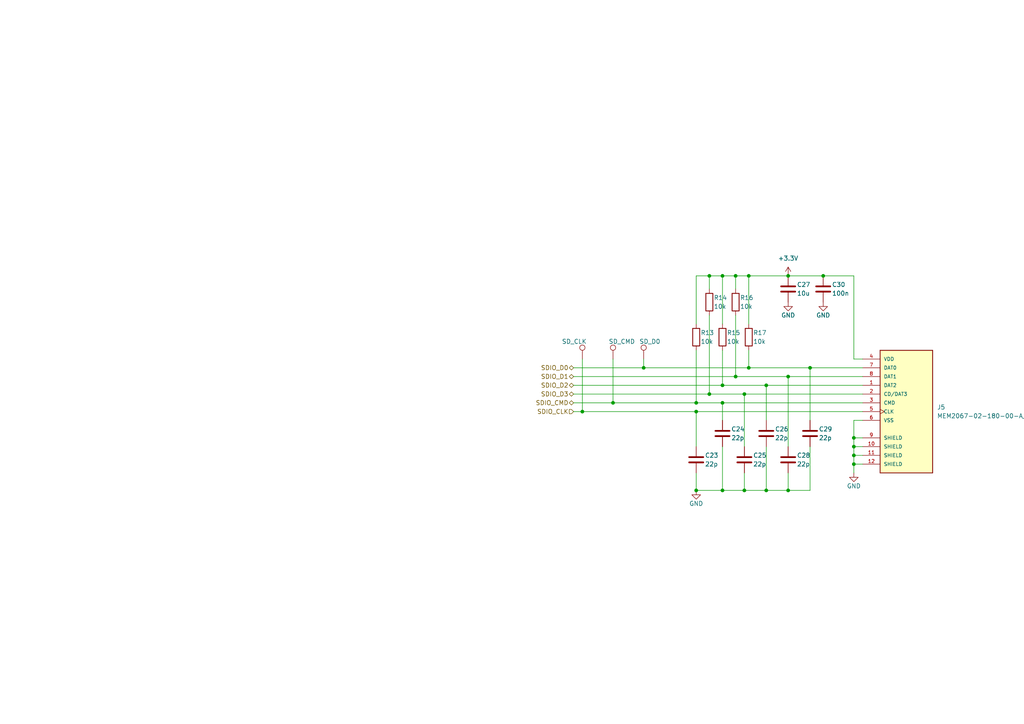
<source format=kicad_sch>
(kicad_sch (version 20230121) (generator eeschema)
  (paper "A4")
  (lib_symbols
    (symbol "Connector:TestPoint" (pin_numbers hide) (pin_names (offset 0.762) hide)
      (property "Reference" "TP" (at 0 6.858 0))
      (property "Value" "TestPoint" (at 0 5.08 0))
      (symbol "TestPoint_0_1"
        (circle (center 0 3.302) (radius 0.762))
      )
      (symbol "TestPoint_1_1"
        (pin passive line (at 0 0 90) (length 2.54) (name "1") (number "1"))
      )
    )
    (symbol "Device:C" (pin_numbers hide) (pin_names (offset 0.254))
      (property "Reference" "C" (at 0.635 2.54 0))
      (property "Value" "C" (at 0.635 -2.54 0))
      (symbol "C_0_1"
        (polyline (pts (xy -2.032 -0.762) (xy 2.032 -0.762)) (stroke (width 0.508)))
        (polyline (pts (xy -2.032 0.762) (xy 2.032 0.762)) (stroke (width 0.508)))
      )
      (symbol "C_1_1"
        (pin passive line (at 0 3.81 270) (length 2.794) (name "~") (number "1"))
        (pin passive line (at 0 -3.81 90) (length 2.794) (name "~") (number "2"))
      )
    )
    (symbol "Device:R" (pin_numbers hide) (pin_names (offset 0))
      (property "Reference" "R" (at 2.032 0 90))
      (property "Value" "R" (at 0 0 90))
      (symbol "R_0_1"
        (rectangle (start -1.016 -2.54) (end 1.016 2.54) (stroke (width 0.254)))
      )
      (symbol "R_1_1"
        (pin passive line (at 0 3.81 270) (length 1.27) (name "~") (number "1"))
        (pin passive line (at 0 -3.81 90) (length 1.27) (name "~") (number "2"))
      )
    )
    (symbol "Project:MEM2067-02-180-00-A_REVB" (pin_names (offset 1.016))
      (property "Reference" "J" (at 0 12.7117 0))
      (property "Value" "MEM2067-02-180-00-A_REVB" (at 0 -25.4 0))
      (symbol "MEM2067-02-180-00-A_REVB_0_0"
        (rectangle (start 0 12.7) (end 15.24 -22.86) (stroke (width 0.254)) (fill (type background)))
        (pin bidirectional line (at -5.08 2.54 0) (length 5.08) (name "DAT2") (number "1"))
        (pin passive line (at -5.08 -15.24 0) (length 5.08) (name "SHIELD") (number "10"))
        (pin passive line (at -5.08 -17.78 0) (length 5.08) (name "SHIELD") (number "11"))
        (pin passive line (at -5.08 -20.32 0) (length 5.08) (name "SHIELD") (number "12"))
        (pin bidirectional line (at -5.08 0 0) (length 5.08) (name "CD/DAT3") (number "2"))
        (pin bidirectional line (at -5.08 -2.54 0) (length 5.08) (name "CMD") (number "3"))
        (pin power_in line (at -5.08 10.16 0) (length 5.08) (name "VDD") (number "4"))
        (pin bidirectional clock (at -5.08 -5.08 0) (length 5.08) (name "CLK") (number "5"))
        (pin power_in line (at -5.08 -7.62 0) (length 5.08) (name "VSS") (number "6"))
        (pin bidirectional line (at -5.08 7.62 0) (length 5.08) (name "DAT0") (number "7"))
        (pin bidirectional line (at -5.08 5.08 0) (length 5.08) (name "DAT1") (number "8"))
        (pin passive line (at -5.08 -12.7 0) (length 5.08) (name "SHIELD") (number "9"))
      )
    )
    (symbol "power:+3.3V" (power) (pin_names (offset 0))
      (property "Value" "+3.3V" (at 0 3.556 0))
      (symbol "+3.3V_0_1"
        (polyline (pts (xy -0.762 1.27) (xy 0 2.54)))
        (polyline (pts (xy 0 0) (xy 0 2.54)))
        (polyline (pts (xy 0 2.54) (xy 0.762 1.27)))
      )
      (symbol "+3.3V_1_1"
        (pin power_in line (at 0 0 90) (length 0) hide (name "+3.3V") (number "1"))
      )
    )
    (symbol "power:GND" (power) (pin_names (offset 0))
      (property "Value" "GND" (at 0 -3.81 0))
      (symbol "GND_0_1"
        (polyline (pts (xy 0 0) (xy 0 -1.27) (xy 1.27 -1.27) (xy 0 -2.54) (xy -1.27 -1.27) (xy 0 -1.27)))
      )
      (symbol "GND_1_1"
        (pin power_in line (at 0 0 270) (length 0) hide (name "GND") (number "1"))
      )
    )
  )
  (junction (at 215.9 114.3))
  (junction (at 228.6 80.01))
  (junction (at 217.17 80.01))
  (junction (at 222.25 111.76))
  (junction (at 228.6 109.22))
  (junction (at 217.17 106.68))
  (junction (at 247.65 127))
  (junction (at 186.69 106.68))
  (junction (at 247.65 132.08))
  (junction (at 201.93 119.38))
  (junction (at 222.25 142.24))
  (junction (at 201.93 116.84))
  (junction (at 205.74 80.01))
  (junction (at 209.55 116.84))
  (junction (at 215.9 142.24))
  (junction (at 201.93 142.24))
  (junction (at 209.55 142.24))
  (junction (at 213.36 80.01))
  (junction (at 209.55 111.76))
  (junction (at 168.91 119.38))
  (junction (at 205.74 114.3))
  (junction (at 234.95 106.68))
  (junction (at 177.8 116.84))
  (junction (at 213.36 109.22))
  (junction (at 209.55 80.01))
  (junction (at 228.6 142.24))
  (junction (at 247.65 134.62))
  (junction (at 247.65 129.54))
  (junction (at 238.76 80.01))
  (wire (pts (xy 205.74 114.3) (xy 215.9 114.3)))
  (wire (pts (xy 250.19 109.22) (xy 228.6 109.22)))
  (wire (pts (xy 247.65 132.08) (xy 247.65 134.62)))
  (wire (pts (xy 213.36 80.01) (xy 213.36 83.82)))
  (wire (pts (xy 247.65 129.54) (xy 250.19 129.54)))
  (wire (pts (xy 215.9 142.24) (xy 222.25 142.24)))
  (wire (pts (xy 209.55 111.76) (xy 222.25 111.76)))
  (wire (pts (xy 215.9 114.3) (xy 215.9 129.54)))
  (wire (pts (xy 217.17 106.68) (xy 234.95 106.68)))
  (wire (pts (xy 201.93 116.84) (xy 209.55 116.84)))
  (wire (pts (xy 186.69 104.14) (xy 186.69 106.68)))
  (wire (pts (xy 213.36 109.22) (xy 228.6 109.22)))
  (wire (pts (xy 209.55 116.84) (xy 250.19 116.84)))
  (wire (pts (xy 228.6 80.01) (xy 238.76 80.01)))
  (wire (pts (xy 205.74 80.01) (xy 209.55 80.01)))
  (wire (pts (xy 215.9 137.16) (xy 215.9 142.24)))
  (wire (pts (xy 213.36 80.01) (xy 217.17 80.01)))
  (wire (pts (xy 166.37 114.3) (xy 205.74 114.3)))
  (wire (pts (xy 228.6 137.16) (xy 228.6 142.24)))
  (wire (pts (xy 234.95 106.68) (xy 250.19 106.68)))
  (wire (pts (xy 215.9 114.3) (xy 250.19 114.3)))
  (wire (pts (xy 250.19 104.14) (xy 247.65 104.14)))
  (wire (pts (xy 201.93 80.01) (xy 205.74 80.01)))
  (wire (pts (xy 209.55 116.84) (xy 209.55 121.92)))
  (wire (pts (xy 166.37 106.68) (xy 186.69 106.68)))
  (wire (pts (xy 201.93 80.01) (xy 201.93 93.98)))
  (wire (pts (xy 201.93 119.38) (xy 201.93 129.54)))
  (wire (pts (xy 222.25 142.24) (xy 228.6 142.24)))
  (wire (pts (xy 247.65 134.62) (xy 250.19 134.62)))
  (wire (pts (xy 247.65 132.08) (xy 250.19 132.08)))
  (wire (pts (xy 209.55 129.54) (xy 209.55 142.24)))
  (wire (pts (xy 228.6 109.22) (xy 228.6 129.54)))
  (wire (pts (xy 177.8 116.84) (xy 201.93 116.84)))
  (wire (pts (xy 250.19 127) (xy 247.65 127)))
  (wire (pts (xy 166.37 119.38) (xy 168.91 119.38)))
  (wire (pts (xy 205.74 80.01) (xy 205.74 83.82)))
  (wire (pts (xy 209.55 111.76) (xy 209.55 101.6)))
  (wire (pts (xy 213.36 109.22) (xy 213.36 91.44)))
  (wire (pts (xy 250.19 111.76) (xy 222.25 111.76)))
  (wire (pts (xy 209.55 80.01) (xy 213.36 80.01)))
  (wire (pts (xy 217.17 80.01) (xy 228.6 80.01)))
  (wire (pts (xy 234.95 129.54) (xy 234.95 142.24)))
  (wire (pts (xy 186.69 106.68) (xy 217.17 106.68)))
  (wire (pts (xy 209.55 80.01) (xy 209.55 93.98)))
  (wire (pts (xy 247.65 121.92) (xy 247.65 127)))
  (wire (pts (xy 250.19 121.92) (xy 247.65 121.92)))
  (wire (pts (xy 247.65 129.54) (xy 247.65 132.08)))
  (wire (pts (xy 228.6 142.24) (xy 234.95 142.24)))
  (wire (pts (xy 247.65 80.01) (xy 247.65 104.14)))
  (wire (pts (xy 177.8 104.14) (xy 177.8 116.84)))
  (wire (pts (xy 247.65 127) (xy 247.65 129.54)))
  (wire (pts (xy 201.93 137.16) (xy 201.93 142.24)))
  (wire (pts (xy 205.74 114.3) (xy 205.74 91.44)))
  (wire (pts (xy 168.91 119.38) (xy 201.93 119.38)))
  (wire (pts (xy 201.93 101.6) (xy 201.93 116.84)))
  (wire (pts (xy 234.95 106.68) (xy 234.95 121.92)))
  (wire (pts (xy 168.91 104.14) (xy 168.91 119.38)))
  (wire (pts (xy 166.37 111.76) (xy 209.55 111.76)))
  (wire (pts (xy 247.65 134.62) (xy 247.65 137.16)))
  (wire (pts (xy 222.25 129.54) (xy 222.25 142.24)))
  (wire (pts (xy 209.55 142.24) (xy 215.9 142.24)))
  (wire (pts (xy 238.76 80.01) (xy 247.65 80.01)))
  (wire (pts (xy 217.17 80.01) (xy 217.17 93.98)))
  (wire (pts (xy 166.37 109.22) (xy 213.36 109.22)))
  (wire (pts (xy 201.93 119.38) (xy 250.19 119.38)))
  (wire (pts (xy 222.25 111.76) (xy 222.25 121.92)))
  (wire (pts (xy 201.93 142.24) (xy 209.55 142.24)))
  (wire (pts (xy 217.17 101.6) (xy 217.17 106.68)))
  (wire (pts (xy 166.37 116.84) (xy 177.8 116.84)))
  (hierarchical_label "SDIO_CLK" (shape input) (at 166.37 119.38 180))
  (hierarchical_label "SDIO_CMD" (shape bidirectional) (at 166.37 116.84 180))
  (hierarchical_label "SDIO_D3" (shape bidirectional) (at 166.37 114.3 180))
  (hierarchical_label "SDIO_D0" (shape bidirectional) (at 166.37 106.68 180))
  (hierarchical_label "SDIO_D1" (shape bidirectional) (at 166.37 109.22 180))
  (hierarchical_label "SDIO_D2" (shape bidirectional) (at 166.37 111.76 180))
  (symbol (lib_id "Device:R") (at 217.17 97.79 0) (unit 1)
    (property "Reference" "R17" (at 218.44 96.52 0) (effects (justify left)))
    (property "Value" "10k" (at 218.44 99.06 0) (effects (justify left)))
    (property "Footprint" "Resistor_SMD:R_0603_1608Metric_Pad0.98x0.95mm_HandSolder" (effects hide))
  )
  (symbol (lib_id "Device:R") (at 205.74 87.63 0) (unit 1)
    (property "Reference" "R14" (at 207.01 86.36 0) (effects (justify left)))
    (property "Value" "10k" (at 207.01 88.9 0) (effects (justify left)))
    (property "Footprint" "Resistor_SMD:R_0603_1608Metric_Pad0.98x0.95mm_HandSolder" (effects hide))
  )
  (symbol (lib_id "Device:R") (at 209.55 97.79 0) (unit 1)
    (property "Reference" "R15" (at 210.82 96.52 0) (effects (justify left)))
    (property "Value" "10k" (at 210.82 99.06 0) (effects (justify left)))
    (property "Footprint" "Resistor_SMD:R_0603_1608Metric_Pad0.98x0.95mm_HandSolder" (effects hide))
  )
  (symbol (lib_id "Device:C") (at 228.6 133.35 0) (unit 1)
    (property "Reference" "C28" (at 231.14 132.08 0) (effects (justify left)))
    (property "Value" "22p" (at 231.14 134.62 0) (effects (justify left)))
    (property "Footprint" "Capacitor_SMD:C_0603_1608Metric_Pad1.08x0.95mm_HandSolder" (effects hide))
  )
  (symbol (lib_id "power:GND") (at 247.65 137.16 0) (unit 1)
    (property "Reference" "#PWR054" (effects hide))
    (property "Value" "GND" (at 247.65 140.97 0))
  )
  (symbol (lib_id "power:+3.3V") (at 228.6 80.01 0) (unit 1)
    (property "Reference" "#PWR051" (effects hide))
    (property "Value" "+3.3V" (at 228.6 74.93 0))
  )
  (symbol (lib_id "power:GND") (at 201.93 142.24 0) (unit 1)
    (property "Reference" "#PWR050" (effects hide))
    (property "Value" "GND" (at 201.93 146.05 0))
  )
  (symbol (lib_id "Project:MEM2067-02-180-00-A_REVB") (at 255.27 114.3 0) (unit 1)
    (property "Reference" "J5" (at 271.78 118.11 0) (effects (justify left)))
    (property "Value" "MEM2067-02-180-00-A_REVB" (at 271.78 120.65 0) (effects (justify left)))
    (property "Footprint" "Project:GCT_MEM2067-02-180-00-A_REVB" (effects hide))
    (property "MF" "Global Connector Technology" (effects hide))
    (property "Description" "\n8 Position Card Connector microSD Surface Mount, Right Angle Gold\n" (effects hide))
    (property "Package" "None" (effects hide))
    (property "Price" "None" (effects hide))
    (property "Check_prices" "https://www.snapeda.com/parts/MEM2067-02-180-00-A/Global+Connector+Technology/view-part/?ref=eda" (effects hide))
    (property "SnapEDA_Link" "https://www.snapeda.com/parts/MEM2067-02-180-00-A/Global+Connector+Technology/view-part/?ref=snap" (effects hide))
    (property "MP" "MEM2067-02-180-00-A" (effects hide))
    (property "Availability" "In Stock" (effects hide))
    (property "MANUFACTURER" "GCT" (effects hide))
  )
  (symbol (lib_id "Device:C") (at 238.76 83.82 0) (unit 1)
    (property "Reference" "C30" (at 241.3 82.55 0) (effects (justify left)))
    (property "Value" "100n" (at 241.3 85.09 0) (effects (justify left)))
    (property "Footprint" "Capacitor_SMD:C_0603_1608Metric_Pad1.08x0.95mm_HandSolder" (effects hide))
  )
  (symbol (lib_id "Connector:TestPoint") (at 186.69 104.14 0) (unit 1)
    (property "Reference" "TP2" (effects hide))
    (property "Value" "SD_D0" (at 185.42 99.06 0) (effects (justify left)))
    (property "Footprint" "TestPoint:TestPoint_THTPad_2.0x2.0mm_Drill1.0mm" (effects hide))
    (instances (project "Nucleo_Backpack" (path "" (reference "TP3") (unit 1)) (path "" (reference "TP11") (unit 1)) (path "" (reference "TP14") (unit 1)) (path "" (reference "TP16") (unit 1)) (path "" (reference "TP17") (unit 1))))
  )
  (symbol (lib_id "power:GND") (at 238.76 87.63 0) (unit 1)
    (property "Reference" "#PWR053" (effects hide))
    (property "Value" "GND" (at 238.76 91.44 0))
  )
  (symbol (lib_id "Connector:TestPoint") (at 168.91 104.14 0) (mirror y) (unit 1)
    (property "Reference" "TP2" (effects hide))
    (property "Value" "SD_CLK" (at 170.18 99.06 0) (effects (justify left)))
    (property "Footprint" "TestPoint:TestPoint_THTPad_2.0x2.0mm_Drill1.0mm" (effects hide))
    (instances (project "Nucleo_Backpack" (path "" (reference "TP3") (unit 1)) (path "" (reference "TP11") (unit 1)) (path "" (reference "TP14") (unit 1)) (path "" (reference "TP16") (unit 1)) (path "" (reference "TP15") (unit 1))))
  )
  (symbol (lib_id "Device:R") (at 213.36 87.63 0) (unit 1)
    (property "Reference" "R16" (at 214.63 86.36 0) (effects (justify left)))
    (property "Value" "10k" (at 214.63 88.9 0) (effects (justify left)))
    (property "Footprint" "Resistor_SMD:R_0603_1608Metric_Pad0.98x0.95mm_HandSolder" (effects hide))
  )
  (symbol (lib_id "Device:C") (at 215.9 133.35 0) (unit 1)
    (property "Reference" "C25" (at 218.44 132.08 0) (effects (justify left)))
    (property "Value" "22p" (at 218.44 134.62 0) (effects (justify left)))
    (property "Footprint" "Capacitor_SMD:C_0603_1608Metric_Pad1.08x0.95mm_HandSolder" (effects hide))
  )
  (symbol (lib_id "Device:C") (at 234.95 125.73 0) (unit 1)
    (property "Reference" "C29" (at 237.49 124.46 0) (effects (justify left)))
    (property "Value" "22p" (at 237.49 127 0) (effects (justify left)))
    (property "Footprint" "Capacitor_SMD:C_0603_1608Metric_Pad1.08x0.95mm_HandSolder" (effects hide))
  )
  (symbol (lib_id "Device:C") (at 222.25 125.73 0) (unit 1)
    (property "Reference" "C26" (at 224.79 124.46 0) (effects (justify left)))
    (property "Value" "22p" (at 224.79 127 0) (effects (justify left)))
    (property "Footprint" "Capacitor_SMD:C_0603_1608Metric_Pad1.08x0.95mm_HandSolder" (effects hide))
  )
  (symbol (lib_id "power:GND") (at 228.6 87.63 0) (unit 1)
    (property "Reference" "#PWR052" (effects hide))
    (property "Value" "GND" (at 228.6 91.44 0))
  )
  (symbol (lib_id "Device:C") (at 228.6 83.82 0) (unit 1)
    (property "Reference" "C27" (at 231.14 82.55 0) (effects (justify left)))
    (property "Value" "10u" (at 231.14 85.09 0) (effects (justify left)))
    (property "Footprint" "Capacitor_SMD:C_0603_1608Metric_Pad1.08x0.95mm_HandSolder" (effects hide))
  )
  (symbol (lib_id "Device:R") (at 201.93 97.79 0) (unit 1)
    (property "Reference" "R13" (at 203.2 96.52 0) (effects (justify left)))
    (property "Value" "10k" (at 203.2 99.06 0) (effects (justify left)))
    (property "Footprint" "Resistor_SMD:R_0603_1608Metric_Pad0.98x0.95mm_HandSolder" (effects hide))
  )
  (symbol (lib_id "Device:C") (at 201.93 133.35 0) (unit 1)
    (property "Reference" "C23" (at 204.47 132.08 0) (effects (justify left)))
    (property "Value" "22p" (at 204.47 134.62 0) (effects (justify left)))
    (property "Footprint" "Capacitor_SMD:C_0603_1608Metric_Pad1.08x0.95mm_HandSolder" (effects hide))
  )
  (symbol (lib_id "Device:C") (at 209.55 125.73 0) (unit 1)
    (property "Reference" "C24" (at 212.09 124.46 0) (effects (justify left)))
    (property "Value" "22p" (at 212.09 127 0) (effects (justify left)))
    (property "Footprint" "Capacitor_SMD:C_0603_1608Metric_Pad1.08x0.95mm_HandSolder" (effects hide))
  )
  (symbol (lib_id "Connector:TestPoint") (at 177.8 104.14 0) (unit 1)
    (property "Reference" "TP2" (effects hide))
    (property "Value" "SD_CMD" (at 176.53 99.06 0) (effects (justify left)))
    (property "Footprint" "TestPoint:TestPoint_THTPad_2.0x2.0mm_Drill1.0mm" (effects hide))
    (instances (project "Nucleo_Backpack" (path "" (reference "TP3") (unit 1)) (path "" (reference "TP11") (unit 1)) (path "" (reference "TP14") (unit 1)) (path "" (reference "TP16") (unit 1)) (path "" (reference "TP16") (unit 1))))
  )
)
</source>
